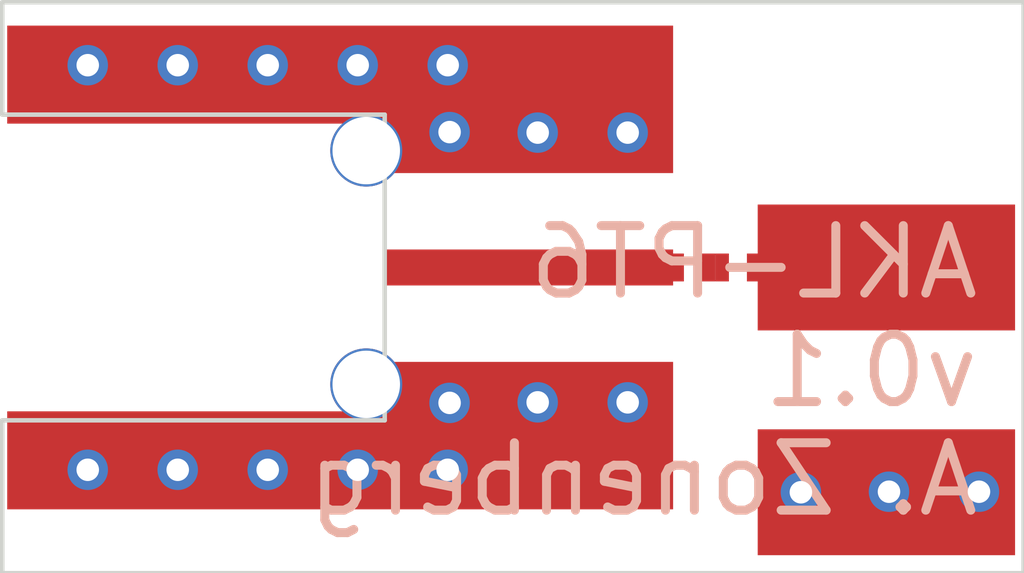
<source format=kicad_pcb>
(kicad_pcb (version 20211014) (generator pcbnew)
  (layers (0 "F.Cu" signal) (1 "In1.Cu" signal) (2 "In2.Cu" signal) (31 "B.Cu" signal) (34 "B.Paste" user) (35 "F.Paste" user) (36 "B.SilkS" user "B.Silkscreen") (37 "F.SilkS" user "F.Silkscreen") (38 "B.Mask" user) (39 "F.Mask" user) (44 "Edge.Cuts" user))
  (net 0 "")
  (net 1 "Net-(J1-Pad1)")
  (net 2 "/GND")
  (net 3 "Net-(J2-Pad1)")
  (net 4 "Net-(R1-Pad2)")
  (footprint "azonenberg_pcb:EIA_02016_RES_NOSILK_FLIPCHIP" (layer "F.Cu") (at 120.325 78.5)
    (fp_text reference "R1" hide)
    (fp_text value "200" hide)
    (pad "1" smd rect locked (at -0.175 0) (size 0.15 0.31) (layers "F.Cu" "F.Paste" "F.Mask") (net 1 "Net-(J1-Pad1)"))
    (pad "2" smd rect locked (at 0.175 0) (size 0.15 0.31) (layers "F.Cu" "F.Paste" "F.Mask") (net 4 "Net-(R1-Pad2)"))
  )
  (footprint "azonenberg_pcb:CONN_MILLMAX_0339_EDGELAUNCH" (layer "F.Cu") (at 122.475 81)
    (fp_text reference "J3" hide)
    (fp_text value "PROBETIP" hide)
    (pad "1" smd rect locked (at 0 0) (size 2.86 1.4) (layers "F.Cu" "F.Paste" "F.Mask") (net 2 "/GND"))
  )
  (footprint "azonenberg_pcb:CONN_SMPM_AMPHENOL_925-169J-51PT_SHORT" (layer "F.Cu") (at 116.895 78.5 180)
    (fp_text reference "J1" hide)
    (fp_text value "SMPM" hide)
    (pad "" np_thru_hole circle (at 0.2 1.3 180) (size 0.8 0.8) (drill 0.75) (layers *.Cu *.Mask))
    (pad "" np_thru_hole circle (at 0.2 -1.3 180) (size 0.8 0.8) (drill 0.75) (layers *.Cu *.Mask))
    (pad "1" smd rect (at -1.605 0 180) (size 3.21 0.4) (layers "F.Cu" "F.Paste" "F.Mask") (net 1 "Net-(J1-Pad1)"))
    (pad "2" smd custom (at -1.605 -1.87 180) (size 3.21 1.64) (layers "F.Cu" "F.Paste" "F.Mask") (net 2 "/GND") (options (clearance outline) (anchor rect)) (primitives (gr_poly (pts (xy 5.795 0.27) (xy 1.605 0.27) (xy 1.605 -0.82) (xy 5.795 -0.82)) (width 0) (fill yes))))
    (pad "2" smd custom (at -1.605 1.87 180) (size 3.21 1.64) (layers "F.Cu" "F.Paste" "F.Mask") (net 2 "/GND") (options (clearance outline) (anchor rect)) (primitives (gr_poly (pts (xy 5.795 0.82) (xy 1.605 0.82) (xy 1.605 -0.27) (xy 5.795 -0.27)) (width 0) (fill yes))))
  )
  (footprint "azonenberg_pcb:EIA_02016_RES_NOSILK_FLIPCHIP" (layer "F.Cu") (at 120.825 78.5)
    (fp_text reference "R2" hide)
    (fp_text value "250" hide)
    (pad "1" smd rect locked (at -0.175 0) (size 0.15 0.31) (layers "F.Cu" "F.Paste" "F.Mask") (net 4 "Net-(R1-Pad2)"))
    (pad "2" smd rect locked (at 0.175 0) (size 0.15 0.31) (layers "F.Cu" "F.Paste" "F.Mask") (net 3 "Net-(J2-Pad1)"))
  )
  (footprint "azonenberg_pcb:CONN_MILLMAX_0339_EDGELAUNCH" (layer "F.Cu") (at 122.475 78.5)
    (fp_text reference "J2" hide)
    (fp_text value "PROBETIP" hide)
    (pad "1" smd rect locked (at 0 0) (size 2.86 1.4) (layers "F.Cu" "F.Paste" "F.Mask") (net 3 "Net-(J2-Pad1)"))
  )
  (gr_line (start 112.65 75.55) (end 112.65 76.8) (layer "Edge.Cuts") (width 0.05))
  (gr_line (start 112.65 81.9) (end 124 81.9) (layer "Edge.Cuts") (width 0.05))
  (gr_line (start 116.9 76.8) (end 116.9 80.2) (layer "Edge.Cuts") (width 0.05))
  (gr_line (start 112.65 76.8) (end 116.9 76.8) (layer "Edge.Cuts") (width 0.05))
  (gr_line (start 116.9 80.2) (end 112.65 80.2) (layer "Edge.Cuts") (width 0.05))
  (gr_line (start 124 81.9) (end 124 75.55) (layer "Edge.Cuts") (width 0.05))
  (gr_line (start 124 75.55) (end 112.65 75.55) (layer "Edge.Cuts") (width 0.05))
  (gr_line (start 112.65 80.2) (end 112.65 81.9) (layer "Edge.Cuts") (width 0.05))
  (gr_text "AKL-PT6\nv0.1\nA. Zonenberg" (at 123.55 79.65) (layer "B.SilkS") (effects (font (size 0.75 0.75) (thickness 0.1)) (justify left mirror)))
  (segment (start 120.15 78.5) (end 118.325 78.5) (width 0.125) (layer "F.Cu") (net 1))
  (via (at 117.6 80.75) (size 0.45) (drill 0.25) (layers "F.Cu" "B.Cu") (net 2))
  (via (at 114.6 80.75) (size 0.45) (drill 0.25) (layers "F.Cu" "B.Cu") (net 2))
  (via (at 116.6 76.25) (size 0.45) (drill 0.25) (layers "F.Cu" "B.Cu") (net 2))
  (via (at 113.6 76.25) (size 0.45) (drill 0.25) (layers "F.Cu" "B.Cu") (net 2))
  (via (at 117.6 76.25) (size 0.45) (drill 0.25) (layers "F.Cu" "B.Cu") (net 2))
  (via (at 114.6 76.25) (size 0.45) (drill 0.25) (layers "F.Cu" "B.Cu") (net 2))
  (via (at 117.621145 80.006041) (size 0.45) (drill 0.25) (layers "F.Cu" "B.Cu") (net 2))
  (via (at 115.6 80.75) (size 0.45) (drill 0.25) (layers "F.Cu" "B.Cu") (net 2))
  (via (at 122.503855 80.993959) (size 0.45) (drill 0.25) (layers "F.Cu" "B.Cu") (net 2))
  (via (at 115.6 76.25) (size 0.45) (drill 0.25) (layers "F.Cu" "B.Cu") (net 2))
  (via (at 113.6 80.75) (size 0.45) (drill 0.25) (layers "F.Cu" "B.Cu") (net 2))
  (via (at 123.503855 80.993959) (size 0.45) (drill 0.25) (layers "F.Cu" "B.Cu") (net 2))
  (via (at 119.6 80) (size 0.45) (drill 0.25) (layers "F.Cu" "B.Cu") (net 2))
  (via (at 116.6 80.75) (size 0.45) (drill 0.25) (layers "F.Cu" "B.Cu") (net 2))
  (via (at 119.6 77) (size 0.45) (drill 0.25) (layers "F.Cu" "B.Cu") (net 2))
  (via (at 118.6 77) (size 0.45) (drill 0.25) (layers "F.Cu" "B.Cu") (net 2))
  (via (at 118.6 80) (size 0.45) (drill 0.25) (layers "F.Cu" "B.Cu") (net 2))
  (via (at 121.525 81) (size 0.45) (drill 0.25) (layers "F.Cu" "B.Cu") (net 2))
  (via (at 117.621145 76.993959) (size 0.45) (drill 0.25) (layers "F.Cu" "B.Cu") (net 2))
)
</source>
